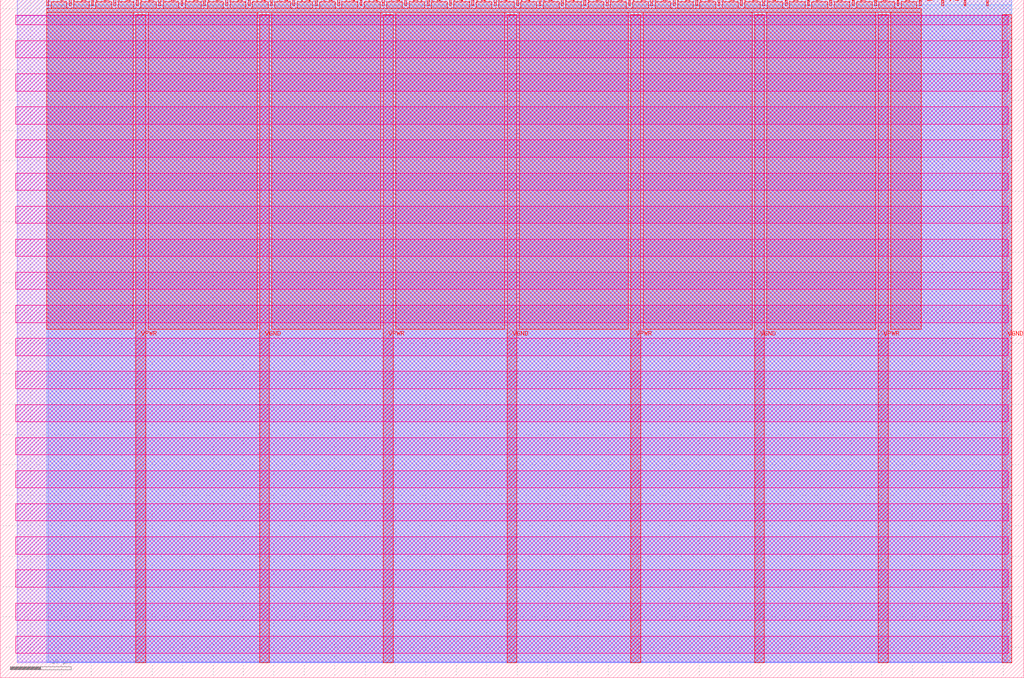
<source format=lef>
VERSION 5.7 ;
  NOWIREEXTENSIONATPIN ON ;
  DIVIDERCHAR "/" ;
  BUSBITCHARS "[]" ;
MACRO tt_um_chip_rom
  CLASS BLOCK ;
  FOREIGN tt_um_chip_rom ;
  ORIGIN 0.000 0.000 ;
  SIZE 168.360 BY 111.520 ;
  PIN VGND
    DIRECTION INOUT ;
    USE GROUND ;
    PORT
      LAYER met4 ;
        RECT 42.670 2.480 44.270 109.040 ;
    END
    PORT
      LAYER met4 ;
        RECT 83.380 2.480 84.980 109.040 ;
    END
    PORT
      LAYER met4 ;
        RECT 124.090 2.480 125.690 109.040 ;
    END
    PORT
      LAYER met4 ;
        RECT 164.800 2.480 166.400 109.040 ;
    END
  END VGND
  PIN VPWR
    DIRECTION INOUT ;
    USE POWER ;
    PORT
      LAYER met4 ;
        RECT 22.315 2.480 23.915 109.040 ;
    END
    PORT
      LAYER met4 ;
        RECT 63.025 2.480 64.625 109.040 ;
    END
    PORT
      LAYER met4 ;
        RECT 103.735 2.480 105.335 109.040 ;
    END
    PORT
      LAYER met4 ;
        RECT 144.445 2.480 146.045 109.040 ;
    END
  END VPWR
  PIN clk
    DIRECTION INPUT ;
    USE SIGNAL ;
    PORT
      LAYER met4 ;
        RECT 158.550 110.520 158.850 111.520 ;
    END
  END clk
  PIN ena
    DIRECTION INPUT ;
    USE SIGNAL ;
    PORT
      LAYER met4 ;
        RECT 162.230 110.520 162.530 111.520 ;
    END
  END ena
  PIN rst_n
    DIRECTION INPUT ;
    USE SIGNAL ;
    PORT
      LAYER met4 ;
        RECT 154.870 110.520 155.170 111.520 ;
    END
  END rst_n
  PIN ui_in[0]
    DIRECTION INPUT ;
    USE SIGNAL ;
    ANTENNAGATEAREA 0.247500 ;
    PORT
      LAYER met4 ;
        RECT 151.190 110.520 151.490 111.520 ;
    END
  END ui_in[0]
  PIN ui_in[1]
    DIRECTION INPUT ;
    USE SIGNAL ;
    ANTENNAGATEAREA 0.196500 ;
    PORT
      LAYER met4 ;
        RECT 147.510 110.520 147.810 111.520 ;
    END
  END ui_in[1]
  PIN ui_in[2]
    DIRECTION INPUT ;
    USE SIGNAL ;
    ANTENNAGATEAREA 0.196500 ;
    PORT
      LAYER met4 ;
        RECT 143.830 110.520 144.130 111.520 ;
    END
  END ui_in[2]
  PIN ui_in[3]
    DIRECTION INPUT ;
    USE SIGNAL ;
    ANTENNAGATEAREA 0.196500 ;
    PORT
      LAYER met4 ;
        RECT 140.150 110.520 140.450 111.520 ;
    END
  END ui_in[3]
  PIN ui_in[4]
    DIRECTION INPUT ;
    USE SIGNAL ;
    ANTENNAGATEAREA 0.159000 ;
    PORT
      LAYER met4 ;
        RECT 136.470 110.520 136.770 111.520 ;
    END
  END ui_in[4]
  PIN ui_in[5]
    DIRECTION INPUT ;
    USE SIGNAL ;
    ANTENNAGATEAREA 0.213000 ;
    PORT
      LAYER met4 ;
        RECT 132.790 110.520 133.090 111.520 ;
    END
  END ui_in[5]
  PIN ui_in[6]
    DIRECTION INPUT ;
    USE SIGNAL ;
    ANTENNAGATEAREA 0.196500 ;
    PORT
      LAYER met4 ;
        RECT 129.110 110.520 129.410 111.520 ;
    END
  END ui_in[6]
  PIN ui_in[7]
    DIRECTION INPUT ;
    USE SIGNAL ;
    ANTENNAGATEAREA 0.213000 ;
    PORT
      LAYER met4 ;
        RECT 125.430 110.520 125.730 111.520 ;
    END
  END ui_in[7]
  PIN uio_in[0]
    DIRECTION INPUT ;
    USE SIGNAL ;
    PORT
      LAYER met4 ;
        RECT 121.750 110.520 122.050 111.520 ;
    END
  END uio_in[0]
  PIN uio_in[1]
    DIRECTION INPUT ;
    USE SIGNAL ;
    PORT
      LAYER met4 ;
        RECT 118.070 110.520 118.370 111.520 ;
    END
  END uio_in[1]
  PIN uio_in[2]
    DIRECTION INPUT ;
    USE SIGNAL ;
    PORT
      LAYER met4 ;
        RECT 114.390 110.520 114.690 111.520 ;
    END
  END uio_in[2]
  PIN uio_in[3]
    DIRECTION INPUT ;
    USE SIGNAL ;
    PORT
      LAYER met4 ;
        RECT 110.710 110.520 111.010 111.520 ;
    END
  END uio_in[3]
  PIN uio_in[4]
    DIRECTION INPUT ;
    USE SIGNAL ;
    PORT
      LAYER met4 ;
        RECT 107.030 110.520 107.330 111.520 ;
    END
  END uio_in[4]
  PIN uio_in[5]
    DIRECTION INPUT ;
    USE SIGNAL ;
    PORT
      LAYER met4 ;
        RECT 103.350 110.520 103.650 111.520 ;
    END
  END uio_in[5]
  PIN uio_in[6]
    DIRECTION INPUT ;
    USE SIGNAL ;
    PORT
      LAYER met4 ;
        RECT 99.670 110.520 99.970 111.520 ;
    END
  END uio_in[6]
  PIN uio_in[7]
    DIRECTION INPUT ;
    USE SIGNAL ;
    PORT
      LAYER met4 ;
        RECT 95.990 110.520 96.290 111.520 ;
    END
  END uio_in[7]
  PIN uio_oe[0]
    DIRECTION OUTPUT TRISTATE ;
    USE SIGNAL ;
    PORT
      LAYER met4 ;
        RECT 33.430 110.520 33.730 111.520 ;
    END
  END uio_oe[0]
  PIN uio_oe[1]
    DIRECTION OUTPUT TRISTATE ;
    USE SIGNAL ;
    PORT
      LAYER met4 ;
        RECT 29.750 110.520 30.050 111.520 ;
    END
  END uio_oe[1]
  PIN uio_oe[2]
    DIRECTION OUTPUT TRISTATE ;
    USE SIGNAL ;
    PORT
      LAYER met4 ;
        RECT 26.070 110.520 26.370 111.520 ;
    END
  END uio_oe[2]
  PIN uio_oe[3]
    DIRECTION OUTPUT TRISTATE ;
    USE SIGNAL ;
    PORT
      LAYER met4 ;
        RECT 22.390 110.520 22.690 111.520 ;
    END
  END uio_oe[3]
  PIN uio_oe[4]
    DIRECTION OUTPUT TRISTATE ;
    USE SIGNAL ;
    PORT
      LAYER met4 ;
        RECT 18.710 110.520 19.010 111.520 ;
    END
  END uio_oe[4]
  PIN uio_oe[5]
    DIRECTION OUTPUT TRISTATE ;
    USE SIGNAL ;
    PORT
      LAYER met4 ;
        RECT 15.030 110.520 15.330 111.520 ;
    END
  END uio_oe[5]
  PIN uio_oe[6]
    DIRECTION OUTPUT TRISTATE ;
    USE SIGNAL ;
    PORT
      LAYER met4 ;
        RECT 11.350 110.520 11.650 111.520 ;
    END
  END uio_oe[6]
  PIN uio_oe[7]
    DIRECTION OUTPUT TRISTATE ;
    USE SIGNAL ;
    PORT
      LAYER met4 ;
        RECT 7.670 110.520 7.970 111.520 ;
    END
  END uio_oe[7]
  PIN uio_out[0]
    DIRECTION OUTPUT TRISTATE ;
    USE SIGNAL ;
    PORT
      LAYER met4 ;
        RECT 62.870 110.520 63.170 111.520 ;
    END
  END uio_out[0]
  PIN uio_out[1]
    DIRECTION OUTPUT TRISTATE ;
    USE SIGNAL ;
    PORT
      LAYER met4 ;
        RECT 59.190 110.520 59.490 111.520 ;
    END
  END uio_out[1]
  PIN uio_out[2]
    DIRECTION OUTPUT TRISTATE ;
    USE SIGNAL ;
    PORT
      LAYER met4 ;
        RECT 55.510 110.520 55.810 111.520 ;
    END
  END uio_out[2]
  PIN uio_out[3]
    DIRECTION OUTPUT TRISTATE ;
    USE SIGNAL ;
    PORT
      LAYER met4 ;
        RECT 51.830 110.520 52.130 111.520 ;
    END
  END uio_out[3]
  PIN uio_out[4]
    DIRECTION OUTPUT TRISTATE ;
    USE SIGNAL ;
    PORT
      LAYER met4 ;
        RECT 48.150 110.520 48.450 111.520 ;
    END
  END uio_out[4]
  PIN uio_out[5]
    DIRECTION OUTPUT TRISTATE ;
    USE SIGNAL ;
    PORT
      LAYER met4 ;
        RECT 44.470 110.520 44.770 111.520 ;
    END
  END uio_out[5]
  PIN uio_out[6]
    DIRECTION OUTPUT TRISTATE ;
    USE SIGNAL ;
    PORT
      LAYER met4 ;
        RECT 40.790 110.520 41.090 111.520 ;
    END
  END uio_out[6]
  PIN uio_out[7]
    DIRECTION OUTPUT TRISTATE ;
    USE SIGNAL ;
    PORT
      LAYER met4 ;
        RECT 37.110 110.520 37.410 111.520 ;
    END
  END uio_out[7]
  PIN uo_out[0]
    DIRECTION OUTPUT TRISTATE ;
    USE SIGNAL ;
    ANTENNADIFFAREA 0.891000 ;
    PORT
      LAYER met4 ;
        RECT 92.310 110.520 92.610 111.520 ;
    END
  END uo_out[0]
  PIN uo_out[1]
    DIRECTION OUTPUT TRISTATE ;
    USE SIGNAL ;
    ANTENNADIFFAREA 0.891000 ;
    PORT
      LAYER met4 ;
        RECT 88.630 110.520 88.930 111.520 ;
    END
  END uo_out[1]
  PIN uo_out[2]
    DIRECTION OUTPUT TRISTATE ;
    USE SIGNAL ;
    ANTENNADIFFAREA 0.891000 ;
    PORT
      LAYER met4 ;
        RECT 84.950 110.520 85.250 111.520 ;
    END
  END uo_out[2]
  PIN uo_out[3]
    DIRECTION OUTPUT TRISTATE ;
    USE SIGNAL ;
    ANTENNADIFFAREA 0.891000 ;
    PORT
      LAYER met4 ;
        RECT 81.270 110.520 81.570 111.520 ;
    END
  END uo_out[3]
  PIN uo_out[4]
    DIRECTION OUTPUT TRISTATE ;
    USE SIGNAL ;
    ANTENNADIFFAREA 0.891000 ;
    PORT
      LAYER met4 ;
        RECT 77.590 110.520 77.890 111.520 ;
    END
  END uo_out[4]
  PIN uo_out[5]
    DIRECTION OUTPUT TRISTATE ;
    USE SIGNAL ;
    ANTENNADIFFAREA 0.891000 ;
    PORT
      LAYER met4 ;
        RECT 73.910 110.520 74.210 111.520 ;
    END
  END uo_out[5]
  PIN uo_out[6]
    DIRECTION OUTPUT TRISTATE ;
    USE SIGNAL ;
    ANTENNADIFFAREA 0.891000 ;
    PORT
      LAYER met4 ;
        RECT 70.230 110.520 70.530 111.520 ;
    END
  END uo_out[6]
  PIN uo_out[7]
    DIRECTION OUTPUT TRISTATE ;
    USE SIGNAL ;
    ANTENNADIFFAREA 0.891000 ;
    PORT
      LAYER met4 ;
        RECT 66.550 110.520 66.850 111.520 ;
    END
  END uo_out[7]
  OBS
      LAYER nwell ;
        RECT 2.570 107.385 165.790 108.990 ;
        RECT 2.570 101.945 165.790 104.775 ;
        RECT 2.570 96.505 165.790 99.335 ;
        RECT 2.570 91.065 165.790 93.895 ;
        RECT 2.570 85.625 165.790 88.455 ;
        RECT 2.570 80.185 165.790 83.015 ;
        RECT 2.570 74.745 165.790 77.575 ;
        RECT 2.570 69.305 165.790 72.135 ;
        RECT 2.570 63.865 165.790 66.695 ;
        RECT 2.570 58.425 165.790 61.255 ;
        RECT 2.570 52.985 165.790 55.815 ;
        RECT 2.570 47.545 165.790 50.375 ;
        RECT 2.570 42.105 165.790 44.935 ;
        RECT 2.570 36.665 165.790 39.495 ;
        RECT 2.570 31.225 165.790 34.055 ;
        RECT 2.570 25.785 165.790 28.615 ;
        RECT 2.570 20.345 165.790 23.175 ;
        RECT 2.570 14.905 165.790 17.735 ;
        RECT 2.570 9.465 165.790 12.295 ;
        RECT 2.570 4.025 165.790 6.855 ;
      LAYER li1 ;
        RECT 2.760 2.635 165.600 108.885 ;
      LAYER met1 ;
        RECT 2.760 2.480 166.400 111.480 ;
      LAYER met2 ;
        RECT 7.910 2.535 166.370 111.510 ;
      LAYER met3 ;
        RECT 7.630 2.555 166.390 110.665 ;
      LAYER met4 ;
        RECT 8.370 110.120 10.950 111.170 ;
        RECT 12.050 110.120 14.630 111.170 ;
        RECT 15.730 110.120 18.310 111.170 ;
        RECT 19.410 110.120 21.990 111.170 ;
        RECT 23.090 110.120 25.670 111.170 ;
        RECT 26.770 110.120 29.350 111.170 ;
        RECT 30.450 110.120 33.030 111.170 ;
        RECT 34.130 110.120 36.710 111.170 ;
        RECT 37.810 110.120 40.390 111.170 ;
        RECT 41.490 110.120 44.070 111.170 ;
        RECT 45.170 110.120 47.750 111.170 ;
        RECT 48.850 110.120 51.430 111.170 ;
        RECT 52.530 110.120 55.110 111.170 ;
        RECT 56.210 110.120 58.790 111.170 ;
        RECT 59.890 110.120 62.470 111.170 ;
        RECT 63.570 110.120 66.150 111.170 ;
        RECT 67.250 110.120 69.830 111.170 ;
        RECT 70.930 110.120 73.510 111.170 ;
        RECT 74.610 110.120 77.190 111.170 ;
        RECT 78.290 110.120 80.870 111.170 ;
        RECT 81.970 110.120 84.550 111.170 ;
        RECT 85.650 110.120 88.230 111.170 ;
        RECT 89.330 110.120 91.910 111.170 ;
        RECT 93.010 110.120 95.590 111.170 ;
        RECT 96.690 110.120 99.270 111.170 ;
        RECT 100.370 110.120 102.950 111.170 ;
        RECT 104.050 110.120 106.630 111.170 ;
        RECT 107.730 110.120 110.310 111.170 ;
        RECT 111.410 110.120 113.990 111.170 ;
        RECT 115.090 110.120 117.670 111.170 ;
        RECT 118.770 110.120 121.350 111.170 ;
        RECT 122.450 110.120 125.030 111.170 ;
        RECT 126.130 110.120 128.710 111.170 ;
        RECT 129.810 110.120 132.390 111.170 ;
        RECT 133.490 110.120 136.070 111.170 ;
        RECT 137.170 110.120 139.750 111.170 ;
        RECT 140.850 110.120 143.430 111.170 ;
        RECT 144.530 110.120 147.110 111.170 ;
        RECT 148.210 110.120 150.790 111.170 ;
        RECT 7.655 109.440 151.505 110.120 ;
        RECT 7.655 57.295 21.915 109.440 ;
        RECT 24.315 57.295 42.270 109.440 ;
        RECT 44.670 57.295 62.625 109.440 ;
        RECT 65.025 57.295 82.980 109.440 ;
        RECT 85.380 57.295 103.335 109.440 ;
        RECT 105.735 57.295 123.690 109.440 ;
        RECT 126.090 57.295 144.045 109.440 ;
        RECT 146.445 57.295 151.505 109.440 ;
  END
END tt_um_chip_rom
END LIBRARY


</source>
